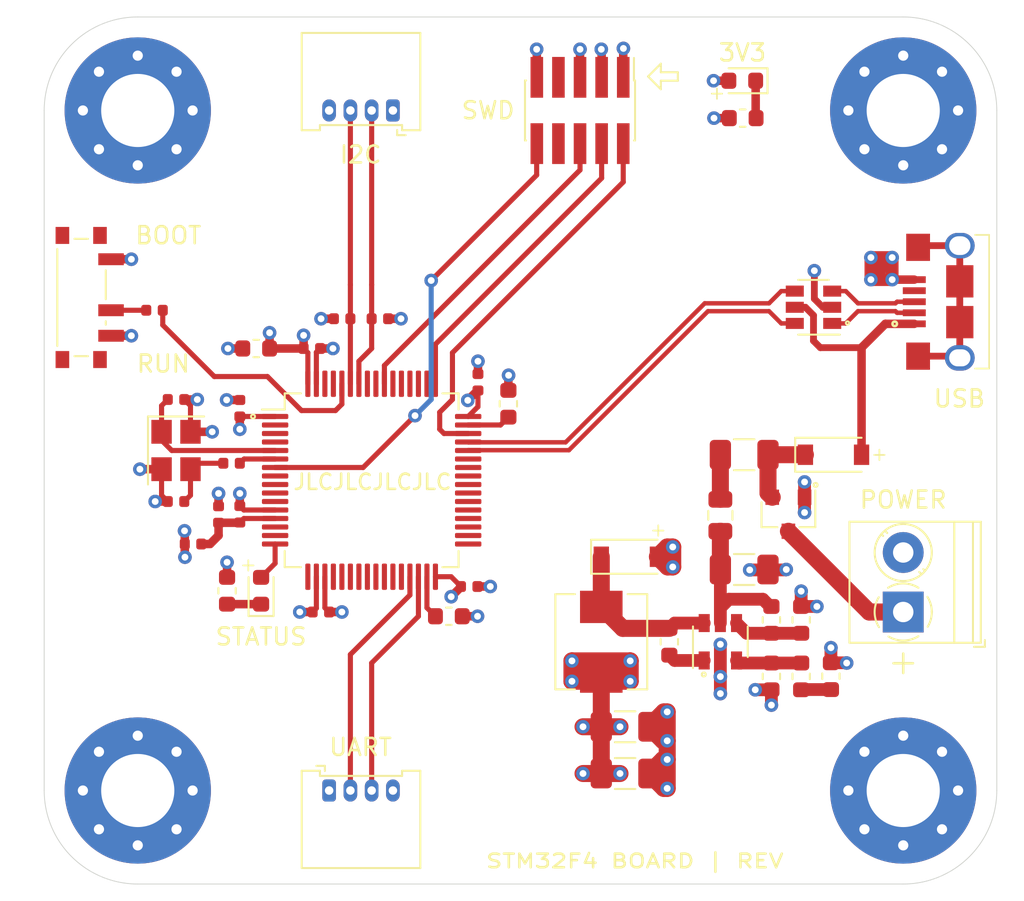
<source format=kicad_pcb>
(kicad_pcb (version 20241229) (generator "pcbnew") (generator_version "9.0")
  (layers (0 "F.Cu" signal) (4 "In1.Cu" power) (6 "In2.Cu" power) (2 "B.Cu" signal) (13 "F.Paste" user) (15 "B.Paste" user) (5 "F.SilkS" user "F.Silkscreen") (7 "B.SilkS" user "B.Silkscreen") (1 "F.Mask" user) (3 "B.Mask" user) (25 "Edge.Cuts" user))
  (net 0 "")
  (net 1 "BUCK_IN")
  (net 2 "GND")
  (net 3 "+3V3")
  (net 4 "BUCK_SW")
  (net 5 "BUCK_BST")
  (net 6 "+3.3VA")
  (net 7 "Net-(C13-Pad1)")
  (net 8 "Net-(C14-Pad1)")
  (net 9 "HSE_IN")
  (net 10 "Net-(C16-Pad1)")
  (net 11 "+5V")
  (net 12 "Net-(D1-Pad1)")
  (net 13 "Net-(D3-Pad1)")
  (net 14 "Net-(D4-Pad1)")
  (net 15 "LED_STATUS")
  (net 16 "Net-(F1-Pad1)")
  (net 17 "+12V")
  (net 18 "SWDIO")
  (net 19 "SWCLK")
  (net 20 "SWO")
  (net 21 "Net-(J2-Pad7)")
  (net 22 "Net-(J2-Pad8)")
  (net 23 "NRST")
  (net 24 "I2C1_SDA")
  (net 25 "I2C1_SCL")
  (net 26 "USART3_TX")
  (net 27 "USART3_RX")
  (net 28 "USB_CONN_D-")
  (net 29 "USB_CONN_D+")
  (net 30 "Net-(J5-Pad4)")
  (net 31 "Net-(J5-Pad6)")
  (net 32 "BUCK_EN")
  (net 33 "BUCK_FB")
  (net 34 "Net-(R4-Pad2)")
  (net 35 "BOOT0")
  (net 36 "Net-(R7-Pad1)")
  (net 37 "HSE_OUT")
  (net 38 "Net-(U2-Pad2)")
  (net 39 "Net-(U2-Pad3)")
  (net 40 "Net-(U2-Pad4)")
  (net 41 "Net-(U2-Pad8)")
  (net 42 "Net-(U2-Pad9)")
  (net 43 "Net-(U2-Pad10)")
  (net 44 "Net-(U2-Pad11)")
  (net 45 "Net-(U2-Pad14)")
  (net 46 "Net-(U2-Pad15)")
  (net 47 "Net-(U2-Pad17)")
  (net 48 "Net-(U2-Pad20)")
  (net 49 "Net-(U2-Pad21)")
  (net 50 "Net-(U2-Pad22)")
  (net 51 "Net-(U2-Pad23)")
  (net 52 "Net-(U2-Pad24)")
  (net 53 "Net-(U2-Pad25)")
  (net 54 "Net-(U2-Pad26)")
  (net 55 "Net-(U2-Pad27)")
  (net 56 "Net-(U2-Pad28)")
  (net 57 "Net-(U2-Pad33)")
  (net 58 "Net-(U2-Pad34)")
  (net 59 "Net-(U2-Pad35)")
  (net 60 "Net-(U2-Pad36)")
  (net 61 "Net-(U2-Pad37)")
  (net 62 "Net-(U2-Pad38)")
  (net 63 "Net-(U2-Pad39)")
  (net 64 "Net-(U2-Pad40)")
  (net 65 "Net-(U2-Pad41)")
  (net 66 "Net-(U2-Pad42)")
  (net 67 "Net-(U2-Pad43)")
  (net 68 "USB_D-")
  (net 69 "USB_D+")
  (net 70 "Net-(U2-Pad50)")
  (net 71 "Net-(U2-Pad51)")
  (net 72 "Net-(U2-Pad52)")
  (net 73 "Net-(U2-Pad53)")
  (net 74 "Net-(U2-Pad54)")
  (net 75 "Net-(U2-Pad56)")
  (net 76 "Net-(U2-Pad57)")
  (net 77 "Net-(U2-Pad61)")
  (net 78 "Net-(U2-Pad62)")
  (footprint "Capacitor_SMD:C_1206_3216Metric" (layer "F.Cu") (at 71.9 68)
    (property "Reference" "C1")
    (property "Value" "10u")
  )
  (footprint "Capacitor_SMD:C_1206_3216Metric" (layer "F.Cu") (at 64.9 77.25)
    (property "Reference" "C2")
    (property "Value" "10u")
  )
  (footprint "Capacitor_SMD:C_1206_3216Metric" (layer "F.Cu") (at 64.9 80)
    (property "Reference" "C3")
    (property "Value" "10u")
  )
  (footprint "Capacitor_SMD:C_0603_1608Metric" (layer "F.Cu") (at 67.5 72.25 -90)
    (property "Reference" "C4")
    (property "Value" "10n")
  )
  (footprint "Capacitor_SMD:C_0603_1608Metric" (layer "F.Cu") (at 43.2125 55 180)
    (property "Reference" "C5")
    (property "Value" "4u7")
  )
  (footprint "Capacitor_SMD:C_0402_1005Metric" (layer "F.Cu") (at 42.25 58.515 90)
    (property "Reference" "C6")
    (property "Value" "100n")
  )
  (footprint "Capacitor_SMD:C_0402_1005Metric" (layer "F.Cu") (at 47.015 70.5 180)
    (property "Reference" "C7")
    (property "Value" "100n")
  )
  (footprint "Capacitor_SMD:C_0402_1005Metric" (layer "F.Cu") (at 55.735 69)
    (property "Reference" "C8")
    (property "Value" "100n")
  )
  (footprint "Capacitor_SMD:C_0402_1005Metric" (layer "F.Cu") (at 56.25 56.985 90)
    (property "Reference" "C9")
    (property "Value" "100n")
  )
  (footprint "Capacitor_SMD:C_0402_1005Metric" (layer "F.Cu") (at 46.485 55)
    (property "Reference" "C10")
    (property "Value" "100n")
  )
  (footprint "Capacitor_SMD:C_0402_1005Metric" (layer "F.Cu") (at 41 64.765 90)
    (property "Reference" "C11")
    (property "Value" "1u")
  )
  (footprint "Capacitor_SMD:C_0402_1005Metric" (layer "F.Cu") (at 42.25 64.75 90)
    (property "Reference" "C12")
    (property "Value" "10n")
  )
  (footprint "Capacitor_SMD:C_0603_1608Metric" (layer "F.Cu") (at 54.5375 70.75)
    (property "Reference" "C13")
    (property "Value" "2u2")
  )
  (footprint "Capacitor_SMD:C_0603_1608Metric" (layer "F.Cu") (at 58.0375 58.25 90)
    (property "Reference" "C14")
    (property "Value" "2u2")
  )
  (footprint "Capacitor_SMD:C_0402_1005Metric" (layer "F.Cu") (at 38.5 58)
    (property "Reference" "C15")
    (property "Value" "12p")
  )
  (footprint "Capacitor_SMD:C_0402_1005Metric" (layer "F.Cu") (at 38.5 64 180)
    (property "Reference" "C16")
    (property "Value" "12p")
  )
  (footprint "Diode_SMD:D_SOD-123" (layer "F.Cu") (at 77.15 61.25)
    (property "Reference" "D1")
    (property "Value" "B5819W")
  )
  (footprint "Diode_SMD:D_SOD-123" (layer "F.Cu") (at 65.15 67.25)
    (property "Reference" "D2")
    (property "Value" "B5819W")
  )
  (footprint "LED_SMD:LED_0603_1608Metric" (layer "F.Cu") (at 71.7875 39.25 180)
    (property "Reference" "D3")
    (property "Value" "RED")
  )
  (footprint "LED_SMD:LED_0603_1608Metric" (layer "F.Cu") (at 43.5 69.25 90)
    (property "Reference" "D4")
    (property "Value" "BLUE")
  )
  (footprint "Fuse:Fuse_1206_3216Metric" (layer "F.Cu") (at 71.9 61.25)
    (property "Reference" "F1")
    (property "Value" "250mA")
  )
  (footprint "Inductor_SMD:L_0805_2012Metric" (layer "F.Cu") (at 70.5 64.8125 90)
    (property "Reference" "FB1")
    (property "Value" "600 @ 600MHz")
  )
  (footprint "MountingHole:MountingHole_4.3mm_M4_Pad_Via" (layer "F.Cu") (at 81.25 41)
    (property "Reference" "H1")
    (property "Value" "MountingHole_Pad")
  )
  (footprint "MountingHole:MountingHole_4.3mm_M4_Pad_Via" (layer "F.Cu") (at 36.25 81)
    (property "Reference" "H3")
    (property "Value" "MountingHole_Pad")
  )
  (footprint "MountingHole:MountingHole_4.3mm_M4_Pad_Via" (layer "F.Cu") (at 36.25 41)
    (property "Reference" "H4")
    (property "Value" "MountingHole_Pad")
  )
  (footprint "TerminalBlock_Phoenix:TerminalBlock_Phoenix_PT-1,5-2-3.5-H_1x02_P3.50mm_Horizontal" (layer "F.Cu") (at 81.25 70.5 90)
    (property "Reference" "J1")
    (property "Value" "Screw_Terminal_01x02")
  )
  (footprint "Connector_PinHeader_1.27mm:PinHeader_2x05_P1.27mm_Vertical_SMD" (layer "F.Cu") (at 62.25 41 -90)
    (property "Reference" "J2")
    (property "Value" "SWD")
  )
  (footprint "Connector_Molex:Molex_PicoBlade_53048-0410_1x04_P1.25mm_Horizontal" (layer "F.Cu") (at 51.25 41 180)
    (property "Reference" "J3")
    (property "Value" "Conn_01x04")
  )
  (footprint "Connector_Molex:Molex_PicoBlade_53048-0410_1x04_P1.25mm_Horizontal" (layer "F.Cu") (at 47.5 81)
    (property "Reference" "J4")
    (property "Value" "Conn_01x04")
  )
  (footprint "SchmillipKiCADLibrary:USB_MICRO_B_101181930001LF" (layer "F.Cu") (at 84.5 52.25 90)
    (property "Reference" "J5")
    (property "Value" "USB_B_Micro" (hide yes))
  )
  (footprint "Inductor_SMD:L_Sunlord_MWSA0518_5.4x5.2mm" (layer "F.Cu") (at 63.5 72.25 -90)
    (property "Reference" "L1")
    (property "Value" "10u")
  )
  (footprint "Inductor_SMD:L_0402_1005Metric" (layer "F.Cu") (at 39.5 66.5)
    (property "Reference" "L2")
    (property "Value" "39n")
  )
  (footprint "Package_TO_SOT_SMD:SOT-23" (layer "F.Cu") (at 74.5 64.75 -90)
    (property "Reference" "Q1")
    (property "Value" "AO3401A")
  )
  (footprint "Resistor_SMD:R_0603_1608Metric" (layer "F.Cu") (at 73.5 70.9625 -90)
    (property "Reference" "R1")
    (property "Value" "100k")
  )
  (footprint "Resistor_SMD:R_0603_1608Metric" (layer "F.Cu") (at 75.25 70.9625 90)
    (property "Reference" "R2")
    (property "Value" "68k")
  )
  (footprint "Resistor_SMD:R_0603_1608Metric" (layer "F.Cu") (at 73.5 74.2875 90)
    (property "Reference" "R3")
    (property "Value" "47k")
  )
  (footprint "Resistor_SMD:R_0603_1608Metric" (layer "F.Cu") (at 75.25 74.2875 -90)
    (property "Reference" "R4")
    (property "Value" "15k")
  )
  (footprint "Resistor_SMD:R_0603_1608Metric" (layer "F.Cu") (at 77 74.275 90)
    (property "Reference" "R5")
    (property "Value" "270")
  )
  (footprint "Resistor_SMD:R_0603_1608Metric" (layer "F.Cu") (at 71.8125 41.45)
    (property "Reference" "R6")
    (property "Value" "1k")
  )
  (footprint "Resistor_SMD:R_0402_1005Metric" (layer "F.Cu") (at 37.235 52.75)
    (property "Reference" "R7")
    (property "Value" "10k")
  )
  (footprint "Resistor_SMD:R_0402_1005Metric" (layer "F.Cu") (at 41.765 61.75 180)
    (property "Reference" "R8")
    (property "Value" "47")
  )
  (footprint "Resistor_SMD:R_0603_1608Metric" (layer "F.Cu") (at 41.5 69.25 -90)
    (property "Reference" "R9")
    (property "Value" "1k5")
  )
  (footprint "Resistor_SMD:R_0402_1005Metric" (layer "F.Cu") (at 50.485 53.25 180)
    (property "Reference" "R10")
    (property "Value" "2k2")
  )
  (footprint "Resistor_SMD:R_0402_1005Metric" (layer "F.Cu") (at 48.265 53.25)
    (property "Reference" "R11")
    (property "Value" "2k2")
  )
  (footprint "Button_Switch_SMD:SW_SPDT_PCM12" (layer "F.Cu") (at 33.25 52 -90)
    (property "Reference" "SW1")
    (property "Value" "SW_SPDT")
  )
  (footprint "Package_TO_SOT_SMD:SOT-23-6" (layer "F.Cu") (at 70.5 72.25 90)
    (property "Reference" "U1")
    (property "Value" "MP2359DJ-LF-Z")
  )
  (footprint "Package_QFP:LQFP-64_10x10mm_P0.5mm" (layer "F.Cu") (at 50 62.75)
    (property "Reference" "U2")
    (property "Value" "STM32F405RGT6")
  )
  (footprint "Package_TO_SOT_SMD:SOT-23-6" (layer "F.Cu") (at 75.975 52.575 180)
    (property "Reference" "U3")
    (property "Value" "USBLC6-2SC6")
  )
  (footprint "Crystal:Crystal_SMD_3225-4Pin_3.2x2.5mm" (layer "F.Cu") (at 38.5 61 -90)
    (property "Reference" "Y1")
    (property "Value" "16MHz")
  )
  (footprint "MountingHole:MountingHole_4.3mm_M4_Pad_Via" (layer "F.Cu") (at 81.25 81)
    (property "Reference" "H2")
    (property "Value" "MountingHole_Pad")
  )
  (footprint "SchmillipKiCADLibrary:JLCPCB_MountingHole_1.152mm" (layer "F.Cu") (at 42.5 41)
    (property "Reference" "REF**")
    (property "Value" "MountingHole_1.152mm")
  )
  (footprint "SchmillipKiCADLibrary:JLCPCB_MountingHole_1.152mm" (layer "F.Cu") (at 75.25 41)
    (property "Reference" "REF**")
    (property "Value" "MountingHole_1.152mm")
  )
  (footprint "SchmillipKiCADLibrary:JLCPCB_MountingHole_1.152mm" (layer "F.Cu") (at 75.25 81)
    (property "Reference" "REF**")
    (property "Value" "MountingHole_1.152mm")
  )
  (gr_line (start 68 39.25) (end 67 39.25) (stroke (width 0.12)) (layer "F.SilkS"))
  (gr_line (start 67 38.75) (end 68 38.75) (stroke (width 0.12)) (layer "F.SilkS"))
  (gr_line (start 67 39.25) (end 67 39.75) (stroke (width 0.12)) (layer "F.SilkS"))
  (gr_line (start 67 39.75) (end 66.25 39) (stroke (width 0.12)) (layer "F.SilkS"))
  (gr_line (start 67 38.25) (end 67 38.75) (stroke (width 0.12)) (layer "F.SilkS"))
  (gr_line (start 66.25 39) (end 67 38.25) (stroke (width 0.12)) (layer "F.SilkS"))
  (gr_circle (center 76.1 63.025) (end 76.125 63.075) (stroke (width 0.12)) (fill no) (layer "F.SilkS"))
  (gr_circle (center 77.975 53.5) (end 78 53.525) (stroke (width 0.12)) (fill no) (layer "F.SilkS"))
  (gr_line (start 68 38.75) (end 68 39.25) (stroke (width 0.12)) (layer "F.SilkS"))
  (gr_circle (center 69.525 74.175) (end 69.55 74.225) (stroke (width 0.12)) (fill no) (layer "F.SilkS"))
  (gr_circle (center 43.025 59) (end 43.05 59.05) (stroke (width 0.12)) (fill no) (layer "F.SilkS"))
  (gr_arc (start 86.75 81) (mid 85.139087 84.889087) (end 81.25 86.5) (stroke (width 0.05)) (layer "Edge.Cuts"))
  (gr_arc (start 30.75 41) (mid 32.360913 37.110913) (end 36.25 35.5) (stroke (width 0.05)) (layer "Edge.Cuts"))
  (gr_line (start 36.25 35.5) (end 81.25 35.5) (stroke (width 0.05)) (layer "Edge.Cuts"))
  (gr_line (start 30.75 81) (end 30.75 41) (stroke (width 0.05)) (layer "Edge.Cuts"))
  (gr_arc (start 81.25 35.5) (mid 85.139087 37.110913) (end 86.75 41) (stroke (width 0.05)) (layer "Edge.Cuts"))
  (gr_line (start 81.25 86.5) (end 36.25 86.5) (stroke (width 0.05)) (layer "Edge.Cuts"))
  (gr_arc (start 36.25 86.5) (mid 32.360913 84.889087) (end 30.75 81) (stroke (width 0.05)) (layer "Edge.Cuts"))
  (gr_line (start 86.75 41) (end 86.75 81) (stroke (width 0.05)) (layer "Edge.Cuts"))
  (gr_text "UART" (at 49.35 78.45 0) (layer "F.SilkS") (effects (font (size 1 1))))
  (gr_text "USB" (at 84.55 57.95 0) (layer "F.SilkS") (effects (font (size 1 1))))
  (gr_text "POWER" (at 81.25 63.9 0) (layer "F.SilkS") (effects (font (size 1 1))))
  (gr_text "BOOT" (at 38.05 48.35 0) (layer "F.SilkS") (effects (font (size 1 1))))
  (gr_text "SWD" (at 56.85 41 0) (layer "F.SilkS") (effects (font (size 1 1))))
  (gr_text "3V3" (at 71.8 37.6 0) (layer "F.SilkS") (effects (font (size 1 1))))
  (gr_text "STATUS" (at 43.5 71.95 0) (layer "F.SilkS") (effects (font (size 1 1))))
  (gr_text "+" (at 66.85 65.65 0) (layer "F.SilkS") (effects (font (size 0.8 0.8) (thickness 0.1))))
  (gr_text "+" (at 81.25 73.4 0) (layer "F.SilkS") (effects (font (size 1.5 1.5))))
  (gr_text "+" (at 42.75 67.7 0) (layer "F.SilkS") (effects (font (size 0.8 0.8) (thickness 0.1))))
  (gr_text "+" (at 70.3 39.95 0) (layer "F.SilkS") (effects (font (size 0.8 0.8) (thickness 0.1))))
  (gr_text "RUN" (at 37.75 55.9 0) (layer "F.SilkS") (effects (font (size 1 1))))
  (gr_text "JLCJLCJLCJLC" (at 50.05 62.85 0) (layer "F.SilkS") (effects (font (size 0.9 0.9))))
  (gr_text "+" (at 79.85 61.2 0) (layer "F.SilkS") (effects (font (size 0.8 0.8) (thickness 0.1))))
  (gr_text "I2C" (at 49.35 43.6 0) (layer "F.SilkS") (effects (font (size 1 1))))
  (gr_text "STM32F4 BOARD | REV " (at 65.85 85.15 0) (layer "F.SilkS") (effects (font (size 0.8 1))))
  (segment (start 70.5 70.25) (end 70.5 68) (width 0.75) (layer "F.Cu") (net 1))
  (segment (start 73 69.75) (end 71 69.75) (width 0.75) (layer "F.Cu") (net 1))
  (segment (start 71 69.75) (end 70.5 70.25) (width 0.75) (layer "F.Cu") (net 1))
  (segment (start 73.425 70.175) (end 73 69.75) (width 0.75) (layer "F.Cu") (net 1))
  (segment (start 70.5 71.15) (end 70.5 70.25) (width 0.75) (layer "F.Cu") (net 1))
  (segment (start 70.5 65.75) (end 70.5 68) (width 1) (layer "F.Cu") (net 1))
  (segment (start 73.5 70.175) (end 73.425 70.175) (width 0.75) (layer "F.Cu") (net 1))
  (segment (start 70.5 72.4) (end 70.5 75.3) (width 0.75) (layer "F.Cu") (net 2))
  (segment (start 39.35 59.9) (end 39.35 58.365) (width 0.3) (layer "F.Cu") (net 2))
  (segment (start 80.6 50.95) (end 79.35 50.95) (width 0.75) (layer "F.Cu") (net 2))
  (segment (start 46.97 55) (end 47.725 55) (width 0.5) (layer "F.Cu") (net 2))
  (segment (start 76.525 52.575) (end 76.025 52.075) (width 0.4) (layer "F.Cu") (net 2))
  (segment (start 55.325 70.75) (end 56.225 70.75) (width 0.5) (layer "F.Cu") (net 2))
  (segment (start 63.52 39.05) (end 63.52 37.42) (width 0.5) (layer "F.Cu") (net 2))
  (segment (start 63.52 37.42) (end 63.5 37.4) (width 0.5) (layer "F.Cu") (net 2))
  (segment (start 42.25 58.03) (end 41.48 58.03) (width 0.5) (layer "F.Cu") (net 2))
  (segment (start 67.375 76.375) (end 67.375 78.075) (width 1) (layer "F.Cu") (net 2))
  (segment (start 39.75 58) (end 38.985 58) (width 0.5) (layer "F.Cu") (net 2))
  (segment (start 40.625 59.9) (end 39.35 59.9) (width 0.5) (layer "F.Cu") (net 2))
  (segment (start 77.075 52.575) (end 76.525 52.575) (width 0.4) (layer "F.Cu") (net 2))
  (segment (start 67.375 66.675) (end 66.8 67.25) (width 1) (layer "F.Cu") (net 2))
  (segment (start 42.425 55) (end 41.55 55) (width 0.5) (layer "F.Cu") (net 2))
  (segment (start 46.75 55.22) (end 46.97 55) (width 0.3) (layer "F.Cu") (net 2))
  (segment (start 67.375 78.075) (end 67.375 79.175) (width 1) (layer "F.Cu") (net 2))
  (segment (start 42.25 64.265) (end 42.25 63.525) (width 0.5) (layer "F.Cu") (net 2))
  (segment (start 75.45 62.85) (end 75.45 64.65) (width 0.75) (layer "F.Cu") (net 2))
  (segment (start 67.125 79.175) (end 66.3 80) (width 1) (layer "F.Cu") (net 2))
  (segment (start 67.375 78.075) (end 67.125 78.075) (width 1) (layer "F.Cu") (net 2))
  (segment (start 46.75 68.425) (end 46.75 70.28) (width 0.3) (layer "F.Cu") (net 2))
  (segment (start 67.125 78.075) (end 66.3 77.25) (width 1) (layer "F.Cu") (net 2))
  (segment (start 46.75 70.28) (end 46.53 70.5) (width 0.3) (layer "F.Cu") (net 2))
  (segment (start 76.025 52.075) (end 76.025 50.425) (width 0.4) (layer "F.Cu") (net 2))
  (segment (start 56.25 56.5) (end 56.25 55.75) (width 0.5) (layer "F.Cu") (net 2))
  (segment (start 37.65 62.1) (end 36.375 62.1) (width 0.5) (layer "F.Cu") (net 2))
  (segment (start 79.35 49.65) (end 79.35 50.95) (width 0.75) (layer "F.Cu") (net 2))
  (segment (start 79.35 49.65) (end 80.6 49.65) (width 0.75) (layer "F.Cu") (net 2))
  (segment (start 37.65 63.635) (end 38.015 64) (width 0.3) (layer "F.Cu") (net 2))
  (segment (start 80.6 49.65) (end 80.6 50.95) (width 0.75) (layer "F.Cu") (net 2))
  (segment (start 67.4 67.85) (end 66.8 67.25) (width 1) (layer "F.Cu") (net 2))
  (segment (start 41.48 58.03) (end 41.475 58.025) (width 0.5) (layer "F.Cu") (net 2))
  (segment (start 58.0375 56.5875) (end 58.05 56.575) (width 0.5) (layer "F.Cu") (net 2))
  (segment (start 72.225 68.025) (end 74.35 68.025) (width 0.75) (layer "F.Cu") (net 2))
  (segment (start 62.25 39.05) (end 62.25 37.4) (width 0.5) (layer "F.Cu") (net 2))
  (segment (start 46.75 57.075) (end 46.75 55.22) (width 0.3) (layer "F.Cu") (net 2))
  (segment (start 44.325 64.5) (end 42.485 64.5) (width 0.3) (layer "F.Cu") (net 2))
  (segment (start 67.375 79.175) (end 67.125 79.175) (width 1) (layer "F.Cu") (net 2))
  (segment (start 67.7 67.85) (end 67.4 67.85) (width 1) (layer "F.Cu") (net 2))
  (segment (start 74.35 68.025) (end 74.375 68) (width 0.75) (layer "F.Cu") (net 2))
  (segment (start 38.015 64) (end 37.275 64) (width 0.5) (layer "F.Cu") (net 2))
  (segment (start 67.175 76.375) (end 66.3 77.25) (width 1) (layer "F.Cu") (net 2))
  (segment (start 77 73.4875) (end 77 72.6) (width 0.75) (layer "F.Cu") (net 2))
  (segment (start 59.71 37.41) (end 59.7 37.4) (width 0.5) (layer "F.Cu") (net 2))
  (segment (start 67.7 66.675) (end 67.375 66.675) (width 1) (layer "F.Cu") (net 2))
  (segment (start 37.65 62.1) (end 37.65 63.635) (width 0.3) (layer "F.Cu") (net 2))
  (segment (start 79.35 50.9) (end 80.6 49.65) (width 0.75) (layer "F.Cu") (net 2))
  (segment (start 79.35 50.95) (end 79.35 50.9) (width 0.75) (layer "F.Cu") (net 2))
  (segment (start 56.22 69) (end 56.975 69) (width 0.5) (layer "F.Cu") (net 2))
  (segment (start 67.7 66.675) (end 67.7 67.85) (width 1) (layer "F.Cu") (net 2))
  (segment (start 75.25 70.175) (end 75.25 69.275) (width 0.75) (layer "F.Cu") (net 2))
  (segment (start 67.375 80.875) (end 67.175 80.875) (width 1) (layer "F.Cu") (net 2))
  (segment (start 77 73.4875) (end 77.9125 73.4875) (width 0.75) (layer "F.Cu") (net 2))
  (segment (start 71.025 41.45) (end 70.125 41.45) (width 0.5) (layer "F.Cu") (net 2))
  (segment (start 41.5 68.4625) (end 41.5 67.575) (width 0.5) (layer "F.Cu") (net 2))
  (segment (start 67.375 79.175) (end 67.375 80.875) (width 1) (layer "F.Cu") (net 2))
  (segment (start 46.53 70.5) (end 45.775 70.5) (width 0.5) (layer "F.Cu") (net 2))
  (segment (start 42.485 64.5) (end 42.25 64.265) (width 0.3) (layer "F.Cu") (net 2))
  (segment (start 81.9 50.95) (end 80.6 50.95) (width 0.5) (layer "F.Cu") (net 2))
  (segment (start 67.175 80.875) (end 66.3 80) (width 1) (layer "F.Cu") (net 2))
  (segment (start 39.35 58.365) (end 38.985 58) (width 0.3) (layer "F.Cu") (net 2))
  (segment (start 67.375 76.375) (end 67.175 76.375) (width 1) (layer "F.Cu") (net 2))
  (segment (start 77.9125 73.4875) (end 77.925 73.5) (width 0.75) (layer "F.Cu") (net 2))
  (segment (start 58.0375 57.4625) (end 58.0375 56.5875) (width 0.5) (layer "F.Cu") (net 2))
  (segment (start 35.875 54.25) (end 34.68 54.25) (width 0.5) (layer "F.Cu") (net 2))
  (segment (start 41 64.28) (end 41 63.525) (width 0.5) (layer "F.Cu") (net 2))
  (segment (start 59.71 39.05) (end 59.71 37.41) (width 0.5) (layer "F.Cu") (net 2))
  (segment (start 75.25 70.175) (end 76.175 70.175) (width 0.75) (layer "F.Cu") (net 2))
  (via (at 35.875 54.25) (size 0.8) (drill 0.4) (layers "F.Cu" "B.Cu") (net 2))
  (via (at 47.725 55) (size 0.8) (drill 0.4) (layers "F.Cu" "B.Cu") (net 2))
  (via (at 39.75 58) (size 0.8) (drill 0.4) (layers "F.Cu" "B.Cu") (net 2))
  (via (at 37.275 64) (size 0.8) (drill 0.4) (layers "F.Cu" "B.Cu") (net 2))
  (via (at 41 63.525) (size 0.8) (drill 0.4) (layers "F.Cu" "B.Cu") (net 2))
  (via (at 42.25 63.525) (size 0.8) (drill 0.4) (layers "F.Cu" "B.Cu") (net 2))
  (via (at 41.5 67.575) (size 0.8) (drill 0.4) (layers "F.Cu" "B.Cu") (net 2))
  (via (at 45.775 70.5) (size 0.8) (drill 0.4) (layers "F.Cu" "B.Cu") (net 2))
  (via (at 56.225 70.75) (size 0.8) (drill 0.4) (layers "F.Cu" "B.Cu") (net 2))
  (via (at 56.975 69) (size 0.8) (drill 0.4) (layers "F.Cu" "B.Cu") (net 2))
  (via (at 56.25 55.75) (size 0.8) (drill 0.4) (layers "F.Cu" "B.Cu") (net 2))
  (via (at 58.05 56.575) (size 0.8) (drill 0.4) (layers "F.Cu" "B.Cu") (net 2))
  (via (at 70.125 41.45) (size 0.8) (drill 0.4) (layers "F.Cu" "B.Cu") (net 2))
  (via (at 80.6 50.95) (size 0.8) (drill 0.4) (layers "F.Cu" "B.Cu") (net 2))
  (via (at 79.35 50.95) (size 0.8) (drill 0.4) (layers "F.Cu" "B.Cu") (net 2))
  (via (at 79.35 49.65) (size 0.8) (drill 0.4) (layers "F.Cu" "B.Cu") (net 2))
  (via (at 80.6 49.65) (size 0.8) (drill 0.4) (layers "F.Cu" "B.Cu") (net 2))
  (via (at 67.7 66.675) (size 0.8) (drill 0.4) (layers "F.Cu" "B.Cu") (net 2))
  (via (at 67.7 67.85) (size 0.8) (drill 0.4) (layers "F.Cu" "B.Cu") (net 2))
  (via (at 72.225 68.025) (size 0.8) (drill 0.4) (layers "F.Cu" "B.Cu") (net 2))
  (via (at 74.375 68) (size 0.8) (drill 0.4) (layers "F.Cu" "B.Cu") (net 2))
  (via (at 75.45 62.85) (size 0.8) (drill 0.4) (layers "F.Cu" "B.Cu") (net 2))
  (via (at 75.45 64.65) (size 0.8) (drill 0.4) (layers "F.Cu" "B.Cu") (net 2))
  (via (at 77 72.6) (size 0.8) (drill 0.4) (layers "F.Cu" "B.Cu") (net 2))
  (via (at 77.925 73.5) (size 0.8) (drill 0.4) (layers "F.Cu" "B.Cu") (net 2))
  (via (at 76.175 70.175) (size 0.8) (drill 0.4) (layers "F.Cu" "B.Cu") (net 2))
  (via (at 75.25 69.275) (size 0.8) (drill 0.4) (layers "F.Cu" "B.Cu") (net 2))
  (via (at 67.375 76.375) (size 0.8) (drill 0.4) (layers "F.Cu" "B.Cu") (net 2))
  (via (at 67.375 78.075) (size 0.8) (drill 0.4) (layers "F.Cu" "B.Cu") (net 2))
  (via (at 67.375 79.175) (size 0.8) (drill 0.4) (layers "F.Cu" "B.Cu") (net 2))
  (via (at 67.375 80.875) (size 0.8) (drill 0.4) (layers "F.Cu" "B.Cu") (net 2))
  (via (at 70.5 74.3) (size 0.8) (drill 0.4) (layers "F.Cu" "B.Cu") (net 2))
  (via (at 70.5 75.3) (size 0.8) (drill 0.4) (layers "F.Cu" "B.Cu") (net 2))
  (via (at 70.5 72.4) (size 0.8) (drill 0.4) (layers "F.Cu" "B.Cu") (net 2))
  (via (at 41.475 58.025) (size 0.8) (drill 0.4) (layers "F.Cu" "B.Cu") (net 2))
  (via (at 40.625 59.9) (size 0.8) (drill 0.4) (layers "F.Cu" "B.Cu") (net 2))
  (via (at 36.375 62.1) (size 0.8) (drill 0.4) (layers "F.Cu" "B.Cu") (net 2))
  (via (at 63.5 37.4) (size 0.8) (drill 0.4) (layers "F.Cu" "B.Cu") (net 2))
  (via (at 62.25 37.4) (size 0.8) (drill 0.4) (layers "F.Cu" "B.Cu") (net 2))
  (via (at 59.7 37.4) (size 0.8) (drill 0.4) (layers "F.Cu" "B.Cu") (net 2))
  (via (at 76.025 50.425) (size 0.8) (drill 0.4) (layers "F.Cu" "B.Cu") (net 2))
  (via (at 41.55 55) (size 0.8) (drill 0.4) (layers "F.Cu" "B.Cu") (net 2))
  (segment (start 39.015 65.74) (end 39 65.725) (width 0.5) (layer "F.Cu") (net 3))
  (segment (start 64.275 74.3) (end 65.2 73.375) (width 1) (layer "F.Cu") (net 3))
  (segment (start 64.925 74.3) (end 65.2 74.575) (width 1) (layer "F.Cu") (net 3))
  (segment (start 50.97 53.25) (end 51.725 53.25) (width 0.5) (layer "F.Cu") (net 3))
  (segment (start 62.425 80) (end 64.6 80) (width 1) (layer "F.Cu") (net 3))
  (segment (start 63.5 74.3) (end 64.275 74.3) (width 1) (layer "F.Cu") (net 3))
  (segment (start 62.05 74.3) (end 61.775 74.575) (width 1) (layer "F.Cu") (net 3))
  (segment (start 73.5 75.075) (end 73.5 75.975) (width 0.75) (layer "F.Cu") (net 3))
  (segment (start 55.25 69.025) (end 54.675 69.6) (width 0.5) (layer "F.Cu") (net 3))
  (segment (start 46.25 55.25) (end 46 55) (width 0.3) (layer "F.Cu") (net 3))
  (segment (start 56.25 57.47) (end 56.25 58.425) (width 0.3) (layer "F.Cu") (net 3))
  (segment (start 63.5 74.3) (end 62.7 74.3) (width 1) (layer "F.Cu") (net 3))
  (segment (start 47.5 70.5) (end 48.25 70.5) (width 0.5) (layer "F.Cu") (net 3))
  (segment (start 47.78 53.25) (end 47.025 53.25) (width 0.5) (layer "F.Cu") (net 3))
  (segment (start 71 39.25) (end 70.1 39.25) (width 0.5) (layer "F.Cu") (net 3))
  (segment (start 42.25 59) (end 42.25 59.75) (width 0.5) (layer "F.Cu") (net 3))
  (segment (start 56.23 57.47) (end 55.65 58.05) (width 0.5) (layer "F.Cu") (net 3))
  (segment (start 73.5 75.075) (end 72.55 75.075) (width 0.75) (layer "F.Cu") (net 3))
  (segment (start 61.775 74.575) (end 65.2 74.575) (width 1) (layer "F.Cu") (net 3))
  (segment (start 65.2 73.375) (end 65.2 74.575) (width 1) (layer "F.Cu") (net 3))
  (segment (start 64.79 39.05) (end 64.79 37.36) (width 0.5) (layer "F.Cu") (net 3))
  (segment (start 46 55) (end 44 55) (width 0.5) (layer "F.Cu") (net 3))
  (segment (start 61.775 73.375) (end 61.775 74.575) (width 1) (layer "F.Cu") (net 3))
  (segment (start 63.5 74.3) (end 64.925 74.3) (width 1) (layer "F.Cu") (net 3))
  (segment (start 44.325 59) (end 42.25 59) (width 0.3) (layer "F.Cu") (net 3))
  (segment (start 53.75 68.425) (end 54.675 68.425) (width 0.3) (layer "F.Cu") (net 3))
  (segment (start 39.015 66.5) (end 39.015 65.74) (width 0.5) (layer "F.Cu") (net 3))
  (segment (start 46 55) (end 46 54.225) (width 0.5) (layer "F.Cu") (net 3))
  (segment (start 55.25 69) (end 55.25 69.025) (width 0.5) (layer "F.Cu") (net 3))
  (segment (start 56.25 57.47) (end 56.23 57.47) (width 0.5) (layer "F.Cu") (net 3))
  (segment (start 61.775 73.375) (end 65.2 73.375) (width 1) (layer "F.Cu") (net 3))
  (segment (start 62.7 74.3) (end 61.775 73.375) (width 1) (layer "F.Cu") (net 3))
  (segment (start 64.79 37.36) (end 64.8 37.35) (width 0.5) (layer "F.Cu") (net 3))
  (segment (start 63.5 74.3) (end 62.05 74.3) (width 1) (layer "F.Cu") (net 3))
  (segment (start 39.015 67.265) (end 39.025 67.275) (width 0.5) (layer "F.Cu") (net 3))
  (segment (start 44 55) (end 44 54.075) (width 0.5) (layer "F.Cu") (net 3))
  (segment (start 54.675 68.425) (end 55.25 69) (width 0.3) (layer "F.Cu") (net 3))
  (segment (start 47.25 70.25) (end 47.5 70.5) (width 0.3) (layer "F.Cu") (net 3))
  (segment (start 39.015 66.5) (end 39.015 67.265) (width 0.5) (layer "F.Cu") (net 3))
  (segment (start 62.425 77.25) (end 64.6 77.25) (width 1) (layer "F.Cu") (net 3))
  (segment (start 63.5 74.3) (end 63.5 80) (width 1) (layer "F.Cu") (net 3))
  (segment (start 34.68 49.75) (end 35.875 49.75) (width 0.5) (layer "F.Cu") (net 3))
  (segment (start 47.25 68.425) (end 47.25 70.25) (width 0.3) (layer "F.Cu") (net 3))
  (segment (start 46.25 57.075) (end 46.25 55.25) (width 0.3) (layer "F.Cu") (net 3))
  (segment (start 56.25 58.425) (end 55.675 59) (width 0.3) (layer "F.Cu") (net 3))
  (via (at 47.025 53.25) (size 0.8) (drill 0.4) (layers "F.Cu" "B.Cu") (net 3))
  (via (at 44 54.075) (size 0.8) (drill 0.4) (layers "F.Cu" "B.Cu") (net 3))
  (via (at 35.875 49.75) (size 0.8) (drill 0.4) (layers "F.Cu" "B.Cu") (net 3))
  (via (at 70.1 39.25) (size 0.8) (drill 0.4) (layers "F.Cu" "B.Cu") (net 3))
  (via (at 54.675 69.6) (size 0.8) (drill 0.4) (layers "F.Cu" "B.Cu") (net 3))
  (via (at 48.25 70.5) (size 0.8) (drill 0.4) (layers "F.Cu" "B.Cu") (net 3))
  (via (at 39 65.725) (size 0.8) (drill 0.4) (layers "F.Cu" "B.Cu") (net 3))
  (via (at 39.025 67.275) (size 0.8) (drill 0.4) (layers "F.Cu" "B.Cu") (net 3))
  (via (at 42.25 59.75) (size 0.8) (drill 0.4) (layers "F.Cu" "B.Cu") (net 3))
  (via (at 46 54.225) (size 0.8) (drill 0.4) (layers "F.Cu" "B.Cu") (net 3))
  (via (at 61.775 74.575) (size 0.8) (drill 0.4) (layers "F.Cu" "B.Cu") (net 3))
  (via (at 61.775 73.375) (size 0.8) (drill 0.4) (layers "F.Cu" "B.Cu") (net 3))
  (via (at 65.2 73.375) (size 0.8) (drill 0.4) (layers "F.Cu" "B.Cu") (net 3))
  (via (at 65.2 74.575) (size 0.8) (drill 0.4) (layers "F.Cu" "B.Cu") (net 3))
  (via (at 62.425 77.25) (size 0.8) (drill 0.4) (layers "F.Cu" "B.Cu") (net 3))
  (via (at 64.6 77.25) (size 0.8) (drill 0.4) (layers "F.Cu" "B.Cu") (net 3))
  (via (at 62.425 80) (size 0.8) (drill 0.4) (layers "F.Cu" "B.Cu") (net 3))
  (via (at 64.6 80) (size 0.8) (drill 0.4) (layers "F.Cu" "B.Cu") (net 3))
  (via (at 72.55 75.075) (size 0.8) (drill 0.4) (layers "F.Cu" "B.Cu") (net 3))
  (via (at 73.5 75.975) (size 0.8) (drill 0.4) (layers "F.Cu" "B.Cu") (net 3))
  (via (at 55.65 58.05) (size 0.8) (drill 0.4) (layers "F.Cu" "B.Cu") (net 3))
  (via (at 64.8 37.35) (size 0.8) (drill 0.4) (layers "F.Cu" "B.Cu") (net 3))
  (via (at 51.725 53.25) (size 0.8) (drill 0.4) (layers "F.Cu" "B.Cu") (net 3))
  (segment (start 63.5 70.2) (end 63.5 67.25) (width 1) (layer "F.Cu") (net 4))
  (segment (start 64.7625 71.4625) (end 63.5 70.2) (width 1) (layer "F.Cu") (net 4))
  (segment (start 69.55 71.15) (end 67.8125 71.15) (width 0.75) (layer "F.Cu") (net 4))
  (segment (start 67.5 71.4625) (end 64.7625 71.4625) (width 1) (layer "F.Cu") (net 4))
  (segment (start 67.8125 71.15) (end 67.5 71.4625) (width 0.75) (layer "F.Cu") (net 4))
  (segment (start 69.55 73.35) (end 67.8125 73.35) (width 0.75) (layer "F.Cu") (net 5))
  (segment (start 67.8125 73.35) (end 67.5 73.0375) (width 0.75) (layer "F.Cu") (net 5))
  (segment (start 41 66) (end 41 65.25) (width 0.5) (layer "F.Cu") (net 6))
  (segment (start 42.235 65.25) (end 42.25 65.235) (width 0.5) (layer "F.Cu") (net 6))
  (segment (start 39.985 66.5) (end 40.5 66.5) (width 0.5) (layer "F.Cu") (net 6))
  (segment (start 41 65.25) (end 42.235 65.25) (width 0.5) (layer "F.Cu") (net 6))
  (segment (start 40.5 66.5) (end 41 66) (width 0.5) (layer "F.Cu") (net 6))
  (segment (start 44.325 65) (end 42.485 65) (width 0.3) (layer "F.Cu") (net 6))
  (segment (start 42.485 65) (end 42.25 65.235) (width 0.3) (layer "F.Cu") (net 6))
  (segment (start 53.25 70.25) (end 53.75 70.75) (width 0.3) (layer "F.Cu") (net 7))
  (segment (start 53.25 68.425) (end 53.25 70.25) (width 0.3) (layer "F.Cu") (net 7))
  (segment (start 57.575 59.5) (end 58.0375 59.0375) (width 0.3) (layer "F.Cu") (net 8))
  (segment (start 55.675 59.5) (end 57.575 59.5) (width 0.3) (layer "F.Cu") (net 8))
  (segment (start 38.25 61) (end 37.65 60.4) (width 0.3) (layer "F.Cu") (net 9))
  (segment (start 37.65 59.9) (end 37.65 58.365) (width 0.3) (layer "F.Cu") (net 9))
  (segment (start 37.65 60.4) (end 37.65 59.9) (width 0.3) (layer "F.Cu") (net 9))
  (segment (start 44.325 61) (end 38.25 61) (width 0.3) (layer "F.Cu") (net 9))
  (segment (start 37.65 58.365) (end 38.015 58) (width 0.3) (layer "F.Cu") (net 9))
  (segment (start 39.35 63.635) (end 38.985 64) (width 0.3) (layer "F.Cu") (net 10))
  (segment (start 41.28 61.75) (end 39.7 61.75) (width 0.3) (layer "F.Cu") (net 10))
  (segment (start 39.7 61.75) (end 39.35 62.1) (width 0.3) (layer "F.Cu") (net 10))
  (segment (start 39.35 62.1) (end 39.35 63.635) (width 0.3) (layer "F.Cu") (net 10))
  (segment (start 80.2 53.55) (end 78.8 54.95) (width 0.5) (layer "F.Cu") (net 11))
  (segment (start 75.975 54.55) (end 75.975 53.049998) (width 0.4) (layer "F.Cu") (net 11))
  (segment (start 78.8 54.95) (end 76.375 54.95) (width 0.4) (layer "F.Cu") (net 11))
  (segment (start 75.975 53.049998) (end 75.500002 52.575) (width 0.4) (layer "F.Cu") (net 11))
  (segment (start 81.9 53.55) (end 80.2 53.55) (width 0.5) (layer "F.Cu") (net 11))
  (segment (start 76.375 54.95) (end 75.975 54.55) (width 0.4) (layer "F.Cu") (net 11))
  (segment (start 75.500002 52.575) (end 74.875 52.575) (width 0.4) (layer "F.Cu") (net 11))
  (segment (start 78.8 54.95) (end 78.8 61.25) (width 0.5) (layer "F.Cu") (net 11))
  (segment (start 73.3 63.5) (end 73.55 63.75) (width 1) (layer "F.Cu") (net 12))
  (segment (start 73.3 61.25) (end 75.5 61.25) (width 1) (layer "F.Cu") (net 12))
  (segment (start 73.3 61.25) (end 73.3 63.5) (width 1) (layer "F.Cu") (net 12))
  (segment (start 72.575 41.425) (end 72.6 41.45) (width 0.5) (layer "F.Cu") (net 13))
  (segment (start 72.575 39.25) (end 72.575 41.425) (width 0.5) (layer "F.Cu") (net 13))
  (segment (start 43.5 70.0375) (end 41.5 70.0375) (width 0.5) (layer "F.Cu") (net 14))
  (segment (start 44.325 67.6375) (end 43.5 68.4625) (width 0.3) (layer "F.Cu") (net 15))
  (segment (start 44.325 66.5) (end 44.325 67.6375) (width 0.3) (layer "F.Cu") (net 15))
  (segment (start 70.5 61.25) (end 70.5 63.875) (width 1) (layer "F.Cu") (net 16))
  (segment (start 79.25 70.5) (end 74.5 65.75) (width 1) (layer "F.Cu") (net 17))
  (segment (start 81.25 70.5) (end 79.25 70.5) (width 1) (layer "F.Cu") (net 17))
  (segment (start 54 59.75) (end 54 58.75) (width 0.3) (layer "F.Cu") (net 18))
  (segment (start 54.75 58) (end 54.75 55.25) (width 0.3) (layer "F.Cu") (net 18))
  (segment (start 54.25 60) (end 54 59.75) (width 0.3) (layer "F.Cu") (net 18))
  (segment (start 55.675 60) (end 54.25 60) (width 0.3) (layer "F.Cu") (net 18))
  (segment (start 54.75 55.25) (end 64.79 45.21) (width 0.3) (layer "F.Cu") (net 18))
  (segment (start 64.79 45.21) (end 64.79 42.95) (width 0.3) (layer "F.Cu") (net 18))
  (segment (start 54 58.75) (end 54.75 58) (width 0.3) (layer "F.Cu") (net 18))
  (segment (start 53.75 54.75) (end 63.52 44.98) (width 0.3) (layer "F.Cu") (net 19))
  (segment (start 63.52 44.98) (end 63.52 42.95) (width 0.3) (layer "F.Cu") (net 19))
  (segment (start 53.75 57.075) (end 53.75 54.75) (width 0.3) (layer "F.Cu") (net 19))
  (segment (start 50.75 56) (end 62.25 44.5) (width 0.3) (layer "F.Cu") (net 20))
  (segment (start 62.25 44.5) (end 62.25 42.95) (width 0.3) (layer "F.Cu") (net 20))
  (segment (start 50.75 57.075) (end 50.75 56) (width 0.3) (layer "F.Cu") (net 20))
  (segment (start 53.5 51) (end 59.7 44.8) (width 0.3) (layer "F.Cu") (net 23))
  (segment (start 59.7 44.8) (end 59.7 42.96) (width 0.3) (layer "F.Cu") (net 23))
  (segment (start 59.7 42.96) (end 59.71 42.95) (width 0.3) (layer "F.Cu") (net 23))
  (segment (start 44.325 62) (end 49.5 62) (width 0.3) (layer "F.Cu") (net 23))
  (segment (start 49.5 62) (end 52.55 58.95) (width 0.3) (layer "F.Cu") (net 23))
  (via (at 52.55 58.95) (size 0.8) (drill 0.4) (layers "F.Cu" "B.Cu") (net 23))
  (via (at 53.5 51) (size 0.8) (drill 0.4) (layers "F.Cu" "B.Cu") (net 23))
  (segment (start 52.55 58.95) (end 53.5 58) (width 0.3) (layer "B.Cu") (net 23))
  (segment (start 53.5 58) (end 53.5 51) (width 0.3) (layer "B.Cu") (net 23))
  (segment (start 48.75 57.075) (end 48.75 53.25) (width 0.3) (layer "F.Cu") (net 24))
  (segment (start 48.75 51.25) (end 48.75 53.25) (width 0.3) (layer "F.Cu") (net 24))
  (segment (start 48.75 51.25) (end 48.75 41) (width 0.3) (layer "F.Cu") (net 24))
  (segment (start 50 51.25) (end 50 53.25) (width 0.3) (layer "F.Cu") (net 25))
  (segment (start 49.25 55.75) (end 50 55) (width 0.3) (layer "F.Cu") (net 25))
  (segment (start 49.25 57.075) (end 49.25 55.75) (width 0.3) (layer "F.Cu") (net 25))
  (segment (start 50 55) (end 50 53.25) (width 0.3) (layer "F.Cu") (net 25))
  (segment (start 50 51.25) (end 50 41) (width 0.3) (layer "F.Cu") (net 25))
  (segment (start 48.75 73) (end 48.75 81) (width 0.3) (layer "F.Cu") (net 26))
  (segment (start 52.25 69.5) (end 48.75 73) (width 0.3) (layer "F.Cu") (net 26))
  (segment (start 52.25 68.425) (end 52.25 69.5) (width 0.3) (layer "F.Cu") (net 26))
  (segment (start 52.75 70.75) (end 50 73.5) (width 0.3) (layer "F.Cu") (net 27))
  (segment (start 52.75 68.425) (end 52.75 70.75) (width 0.3) (layer "F.Cu") (net 27))
  (segment (start 50 73.5) (end 50 81) (width 0.3) (layer "F.Cu") (net 27))
  (segment (start 78.587845 52.807156) (end 77.870001 53.525) (width 0.261112) (layer "F.Cu") (net 28))
  (segment (start 80.794655 52.807156) (end 78.587845 52.807156) (width 0.261112) (layer "F.Cu") (net 28))
  (segment (start 81.9 52.9) (end 80.887499 52.9) (width 0.261112) (layer "F.Cu") (net 28))
  (segment (start 80.887499 52.9) (end 80.794655 52.807156) (width 0.261112) (layer "F.Cu") (net 28))
  (segment (start 77.870001 53.525) (end 77.075 53.525) (width 0.261112) (layer "F.Cu") (net 28))
  (segment (start 78.587845 52.342844) (end 77.870001 51.625) (width 0.261112) (layer "F.Cu") (net 29))
  (segment (start 77.870001 51.625) (end 77.075 51.625) (width 0.261112) (layer "F.Cu") (net 29))
  (segment (start 80.794655 52.342844) (end 78.587845 52.342844) (width 0.261112) (layer "F.Cu") (net 29))
  (segment (start 80.887499 52.25) (end 80.794655 52.342844) (width 0.261112) (layer "F.Cu") (net 29))
  (segment (start 81.9 52.25) (end 80.887499 52.25) (width 0.261112) (layer "F.Cu") (net 29))
  (segment (start 82.125 55.45) (end 84.475 55.45) (width 0.4) (layer "F.Cu") (net 31))
  (segment (start 84.475 55.45) (end 84.575 55.55) (width 0.4) (layer "F.Cu") (net 31))
  (segment (start 84.575 48.95) (end 82.225 48.95) (width 0.4) (layer "F.Cu") (net 31))
  (segment (start 82.225 48.95) (end 82.125 49.05) (width 0.4) (layer "F.Cu") (net 31))
  (segment (start 84.575 55.55) (end 84.575 48.95) (width 0.4) (layer "F.Cu") (net 31))
  (segment (start 75.25 71.75) (end 72.05 71.75) (width 0.75) (layer "F.Cu") (net 32))
  (segment (start 72.05 71.75) (end 71.45 71.15) (width 0.75) (layer "F.Cu") (net 32))
  (segment (start 75.25 73.5) (end 73.5 73.5) (width 0.75) (layer "F.Cu") (net 33))
  (segment (start 73.5 73.5) (end 71.6 73.5) (width 0.75) (layer "F.Cu") (net 33))
  (segment (start 71.6 73.5) (end 71.45 73.35) (width 0.75) (layer "F.Cu") (net 33))
  (segment (start 75.2625 75.0625) (end 75.25 75.075) (width 0.75) (layer "F.Cu") (net 34))
  (segment (start 77 75.0625) (end 75.2625 75.0625) (width 0.75) (layer "F.Cu") (net 34))
  (segment (start 37.72 53.62) (end 37.72 52.75) (width 0.3) (layer "F.Cu") (net 35))
  (segment (start 43.875 56.65) (end 40.75 56.65) (width 0.3) (layer "F.Cu") (net 35))
  (segment (start 47.875 58.65) (end 45.875 58.65) (width 0.3) (layer "F.Cu") (net 35))
  (segment (start 48.25 58.275) (end 47.875 58.65) (width 0.3) (layer "F.Cu") (net 35))
  (segment (start 40.75 56.65) (end 37.72 53.62) (width 0.3) (layer "F.Cu") (net 35))
  (segment (start 48.25 57.075) (end 48.25 58.275) (width 0.3) (layer "F.Cu") (net 35))
  (segment (start 45.875 58.65) (end 43.875 56.65) (width 0.3) (layer "F.Cu") (net 35))
  (segment (start 36.75 52.75) (end 34.68 52.75) (width 0.3) (layer "F.Cu") (net 36))
  (segment (start 44.325 61.5) (end 42.5 61.5) (width 0.3) (layer "F.Cu") (net 37))
  (segment (start 42.5 61.5) (end 42.25 61.75) (width 0.3) (layer "F.Cu") (net 37))
  (segment (start 61.596164 60.982156) (end 69.771164 52.807156) (width 0.261112) (layer "F.Cu") (net 68))
  (segment (start 69.771164 52.807156) (end 73.362155 52.807156) (width 0.261112) (layer "F.Cu") (net 68))
  (segment (start 74.079999 53.525) (end 74.875 53.525) (width 0.261112) (layer "F.Cu") (net 68))
  (segment (start 73.362155 52.807156) (end 74.079999 53.525) (width 0.261112) (layer "F.Cu") (net 68))
  (segment (start 55.675 61) (end 55.692844 60.982156) (width 0.261112) (layer "F.Cu") (net 68))
  (segment (start 55.692844 60.982156) (end 61.596164 60.982156) (width 0.261112) (layer "F.Cu") (net 68))
  (segment (start 69.578836 52.342844) (end 73.362155 52.342844) (width 0.261112) (layer "F.Cu") (net 69))
  (segment (start 61.403836 60.517844) (end 69.578836 52.342844) (width 0.261112) (layer "F.Cu") (net 69))
  (segment (start 73.362155 52.342844) (end 74.079999 51.625) (width 0.261112) (layer "F.Cu") (net 69))
  (segment (start 55.675 60.5) (end 55.692844 60.517844) (width 0.261112) (layer "F.Cu") (net 69))
  (segment (start 55.692844 60.517844) (end 61.403836 60.517844) (width 0.261112) (layer "F.Cu") (net 69))
  (segment (start 74.079999 51.625) (end 74.875 51.625) (width 0.261112) (layer "F.Cu") (net 69))
)
</source>
